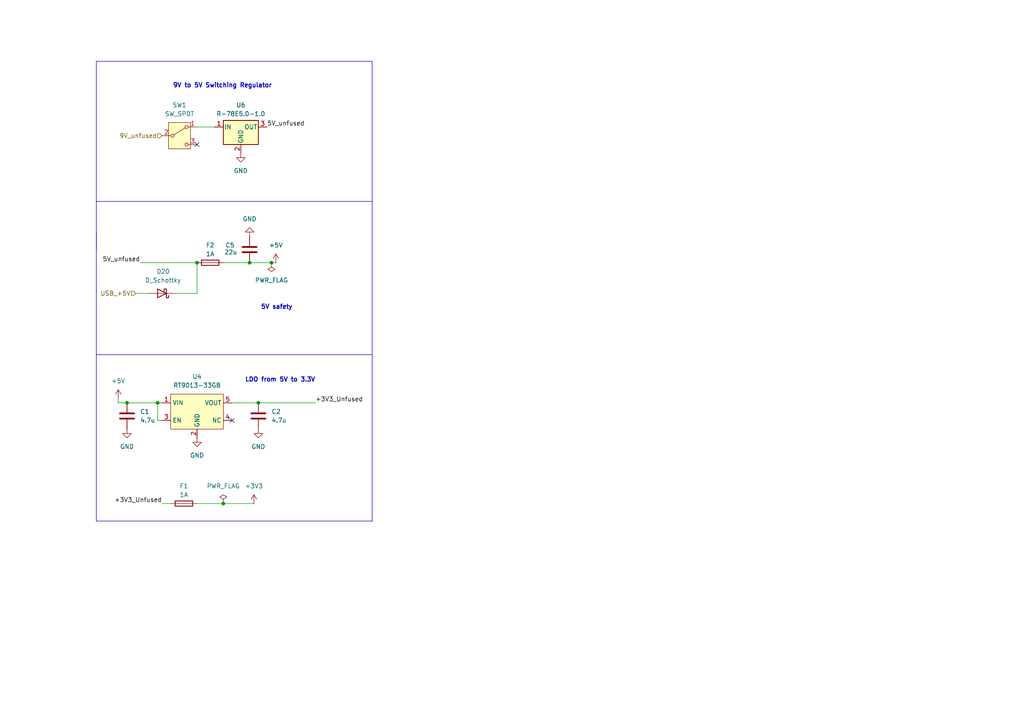
<source format=kicad_sch>
(kicad_sch (version 20250114) (generator "eeschema") (generator_version "9.0")
  (paper "A4")
  (lib_symbols
    (symbol "0_LHRE_Symbols:RT9013-33GB"
      (property "Reference" "U" (at 0 9.906 0))
      (property "Value" "RT9013-33GB" (at 0 7.874 0))
      (symbol "RT9013-33GB_0_1"
        (rectangle (start -7.62 6.35) (end 7.62 -3.81) (fill (type background)))
      )
      (symbol "RT9013-33GB_1_1"
        (pin input line (at -10.16 3.81 0) (length 2.54) (name "VIN") (number "1"))
        (pin input line (at -10.16 -1.27 0) (length 2.54) (name "EN") (number "3"))
        (pin input line (at 0 -6.35 90) (length 2.54) (name "GND") (number "2"))
        (pin output line (at 10.16 3.81 180) (length 2.54) (name "VOUT") (number "5"))
        (pin passive line (at 10.16 -1.27 180) (length 2.54) (name "NC") (number "4"))
      )
    )
    (symbol "0_LHRE_Symbols:SW_SPDT" (pin_names (offset 0) (hide yes))
      (property "Reference" "SW1" (at 0 8.89 0))
      (property "Value" "SW_SPDT" (at 0 6.35 0))
      (symbol "SW_SPDT_0_1"
        (circle (center -2.032 0) (radius 0.4572))
        (polyline (pts (xy -1.651 0.254) (xy 1.651 2.286)))
        (circle (center 2.032 2.54) (radius 0.4572))
        (circle (center 2.032 -2.54) (radius 0.4572))
      )
      (symbol "SW_SPDT_1_1"
        (rectangle (start -3.175 3.81) (end 3.175 -3.81) (fill (type background)))
        (pin passive line (at -5.08 0 0) (length 2.54) (name "B") (number "2"))
        (pin passive line (at 5.08 2.54 180) (length 2.54) (name "A") (number "1"))
        (pin passive line (at 5.08 -2.54 180) (length 2.54) (name "C") (number "3"))
      )
    )
    (symbol "Device:C" (pin_numbers (hide yes)) (pin_names (offset 0.254))
      (property "Reference" "C" (at 0.635 2.54 0))
      (property "Value" "C" (at 0.635 -2.54 0))
      (symbol "C_0_1"
        (polyline (pts (xy -2.032 0.762) (xy 2.032 0.762)) (stroke (width 0.508)))
        (polyline (pts (xy -2.032 -0.762) (xy 2.032 -0.762)) (stroke (width 0.508)))
      )
      (symbol "C_1_1"
        (pin passive line (at 0 3.81 270) (length 2.794) (name "~") (number "1"))
        (pin passive line (at 0 -3.81 90) (length 2.794) (name "~") (number "2"))
      )
    )
    (symbol "Device:D_Schottky" (pin_numbers (hide yes)) (pin_names (offset 1.016) (hide yes))
      (property "Reference" "D" (at 0 2.54 0))
      (property "Value" "D_Schottky" (at 0 -2.54 0))
      (symbol "D_Schottky_0_1"
        (polyline (pts (xy -1.905 0.635) (xy -1.905 1.27) (xy -1.27 1.27) (xy -1.27 -1.27) (xy -0.635 -1.27) (xy -0.635 -0.635)) (stroke (width 0.254)))
        (polyline (pts (xy 1.27 1.27) (xy 1.27 -1.27) (xy -1.27 0) (xy 1.27 1.27)) (stroke (width 0.254)))
        (polyline (pts (xy 1.27 0) (xy -1.27 0)))
      )
      (symbol "D_Schottky_1_1"
        (pin passive line (at -3.81 0 0) (length 2.54) (name "K") (number "1"))
        (pin passive line (at 3.81 0 180) (length 2.54) (name "A") (number "2"))
      )
    )
    (symbol "Device:Fuse" (pin_numbers (hide yes)) (pin_names (offset 0))
      (property "Reference" "F" (at 2.032 0 90))
      (property "Value" "Fuse" (at -1.905 0 90))
      (symbol "Fuse_0_1"
        (rectangle (start -0.762 -2.54) (end 0.762 2.54) (stroke (width 0.254)))
        (polyline (pts (xy 0 2.54) (xy 0 -2.54)))
      )
      (symbol "Fuse_1_1"
        (pin passive line (at 0 3.81 270) (length 1.27) (name "~") (number "1"))
        (pin passive line (at 0 -3.81 90) (length 1.27) (name "~") (number "2"))
      )
    )
    (symbol "Regulator_Switching:R-78E5.0-1.0" (pin_names (offset 0.254))
      (property "Reference" "U" (at -3.81 3.175 0))
      (property "Value" "R-78E5.0-1.0" (at 0 3.175 0))
      (symbol "R-78E5.0-1.0_0_1"
        (rectangle (start -5.08 1.905) (end 5.08 -5.08) (stroke (width 0.254)) (fill (type background)))
      )
      (symbol "R-78E5.0-1.0_1_1"
        (pin power_in line (at -7.62 0 0) (length 2.54) (name "IN") (number "1"))
        (pin power_in line (at 0 -7.62 90) (length 2.54) (name "GND") (number "2"))
        (pin power_out line (at 7.62 0 180) (length 2.54) (name "OUT") (number "3"))
      )
    )
    (symbol "power:+3V3" (power) (pin_numbers (hide yes)) (pin_names (offset 0) (hide yes))
      (property "Value" "+3V3" (at 0 3.556 0))
      (symbol "+3V3_0_1"
        (polyline (pts (xy -0.762 1.27) (xy 0 2.54)))
        (polyline (pts (xy 0 2.54) (xy 0.762 1.27)))
        (polyline (pts (xy 0 0) (xy 0 2.54)))
      )
      (symbol "+3V3_1_1"
        (pin power_in line (at 0 0 90) (length 0) (name "~") (number "1"))
      )
    )
    (symbol "power:+5V" (power) (pin_numbers (hide yes)) (pin_names (offset 0) (hide yes))
      (property "Value" "+5V" (at 0 3.556 0))
      (symbol "+5V_0_1"
        (polyline (pts (xy -0.762 1.27) (xy 0 2.54)))
        (polyline (pts (xy 0 2.54) (xy 0.762 1.27)))
        (polyline (pts (xy 0 0) (xy 0 2.54)))
      )
      (symbol "+5V_1_1"
        (pin power_in line (at 0 0 90) (length 0) (name "~") (number "1"))
      )
    )
    (symbol "power:GND" (power) (pin_numbers (hide yes)) (pin_names (offset 0) (hide yes))
      (property "Value" "GND" (at 0 -3.81 0))
      (symbol "GND_0_1"
        (polyline (pts (xy 0 0) (xy 0 -1.27) (xy 1.27 -1.27) (xy 0 -2.54) (xy -1.27 -1.27) (xy 0 -1.27)))
      )
      (symbol "GND_1_1"
        (pin power_in line (at 0 0 270) (length 0) (name "~") (number "1"))
      )
    )
    (symbol "power:PWR_FLAG" (power) (pin_numbers (hide yes)) (pin_names (offset 0) (hide yes))
      (property "Value" "PWR_FLAG" (at 0 3.81 0))
      (symbol "PWR_FLAG_0_0"
        (pin power_out line (at 0 0 90) (length 0) (name "~") (number "1"))
      )
      (symbol "PWR_FLAG_0_1"
        (polyline (pts (xy 0 0) (xy 0 1.27) (xy -1.016 1.905) (xy 0 2.54) (xy 1.016 1.905) (xy 0 1.27)))
      )
    )
  )
  (text "LDO from 5V to 3.3V" (at 81.28 110.236 0) (effects (font (size 1.27 1.27) (thickness 0.254) (bold yes))))
  (text "5V safety" (at 80.264 89.154 0) (effects (font (size 1.27 1.27) (thickness 0.254) (bold yes))))
  (text "9V to 5V Switching Regulator" (at 64.516 24.892 0) (effects (font (size 1.27 1.27) (thickness 0.254) (bold yes))))
  (junction (at 45.72 116.84))
  (junction (at 57.15 76.2))
  (junction (at 72.39 76.2))
  (junction (at 74.93 116.84))
  (junction (at 78.74 76.2))
  (junction (at 36.83 116.84))
  (junction (at 64.77 146.05))
  (no_connect (at 57.15 41.91))
  (no_connect (at 67.31 121.92))
  (polyline (pts (xy 27.94 67.31) (xy 27.94 151.13)))
  (polyline (pts (xy 27.94 17.78) (xy 107.95 17.78)))
  (wire (pts (xy 45.72 116.84) (xy 45.72 121.92)))
  (wire (pts (xy 57.15 76.2) (xy 57.15 85.09)))
  (wire (pts (xy 67.31 116.84) (xy 74.93 116.84)))
  (wire (pts (xy 72.39 76.2) (xy 78.74 76.2)))
  (polyline (pts (xy 27.94 58.42) (xy 27.94 17.78)))
  (wire (pts (xy 36.83 116.84) (xy 45.72 116.84)))
  (wire (pts (xy 39.37 85.09) (xy 43.18 85.09)))
  (wire (pts (xy 46.99 146.05) (xy 49.53 146.05)))
  (polyline (pts (xy 107.95 151.13) (xy 107.95 58.42)))
  (polyline (pts (xy 107.95 17.78) (xy 107.95 58.42)))
  (wire (pts (xy 57.15 146.05) (xy 64.77 146.05)))
  (wire (pts (xy 64.77 146.05) (xy 73.66 146.05)))
  (wire (pts (xy 57.15 36.83) (xy 62.23 36.83)))
  (wire (pts (xy 34.29 116.84) (xy 36.83 116.84)))
  (polyline (pts (xy 27.94 102.87) (xy 107.95 102.87)))
  (wire (pts (xy 40.64 76.2) (xy 57.15 76.2)))
  (wire (pts (xy 46.99 116.84) (xy 45.72 116.84)))
  (wire (pts (xy 34.29 115.57) (xy 34.29 116.84)))
  (wire (pts (xy 50.8 85.09) (xy 57.15 85.09)))
  (wire (pts (xy 64.77 76.2) (xy 72.39 76.2)))
  (wire (pts (xy 74.93 116.84) (xy 91.44 116.84)))
  (polyline (pts (xy 27.94 151.13) (xy 107.95 151.13)))
  (wire (pts (xy 45.72 121.92) (xy 46.99 121.92)))
  (polyline (pts (xy 27.94 58.42) (xy 27.94 72.39)))
  (polyline (pts (xy 107.95 58.42) (xy 27.94 58.42)))
  (wire (pts (xy 78.74 76.2) (xy 80.01 76.2)))
  (label "5V_unfused" (at 40.64 76.2 180))
  (label "5V_unfused" (at 77.47 36.83 0))
  (label "+3V3_Unfused" (at 91.44 116.84 0))
  (label "+3V3_Unfused" (at 46.99 146.05 180))
  (hierarchical_label "USB_+5V" (shape input) (at 39.37 85.09 180))
  (hierarchical_label "9V_unfused" (shape input) (at 46.99 39.37 180))
  (symbol (lib_id "0_LHRE_Symbols:RT9013-33GB") (at 57.15 120.65 0) (unit 1)
    (property "Reference" "U4" (at 57.15 109.22 0))
    (property "Value" "RT9013-33GB" (at 57.15 111.76 0))
    (property "Footprint" "Package_TO_SOT_SMD:SOT-23-5" (effects (hide yes)))
    (property "Datasheet" "https://www.richtek.com/SaveDownload.aspx?specid=RT9013" (effects (hide yes)))
    (property "Mouser #" "835-RT9013-33GB" (effects (hide yes)))
    (property "Mouser Link" "https://www.mouser.com/ProductDetail/Richtek/RT9013-33GB?qs=amGC7iS6iy%2FHaDkSgZH71g%3D%3D&srsltid=AfmBOooODn1Ocm4fmn6GC_qvaNeEQ5SV8XNoPkZwS81A2LbqskaMPwuH" (effects (hide yes)))
    (property "JLCPCB #" "C47773" (effects (hide yes)))
    (property "Mouser Part Number" "835-RT9013-33GB" (effects (hide yes)))
  )
  (symbol (lib_id "Device:C") (at 72.39 72.39 180) (unit 1)
    (property "Reference" "C5" (at 68.072 71.12 0) (effects (justify left)))
    (property "Value" "22u" (at 68.834 73.152 0) (effects (justify left)))
    (property "Footprint" "Capacitor_SMD:C_0603_1608Metric" (effects (hide yes)))
    (property "Datasheet" "https://www.mouser.com/catalog/specsheets/TAIYO%20YUDEN_03-05-2025_Tayio_Yuden_1102023_MS_mlcc_all_e-3081579-1-65.pdf" (effects (hide yes)))
    (property "Description" "Unpolarized capacitor" (effects (hide yes)))
    (property "Mouser #" "963-A168BB5226MTNA01" (effects (hide yes)))
    (property "Mouser Link" "https://www.mouser.com/ProductDetail/TAIYO-YUDEN/MSASA168BB5226MTNA01?qs=efUn273yAhczomwMiufDyA%3D%3D&srsltid=AfmBOoqSghDDzP1IhMA9vfNgjLHr8NMV2F8yBZI5yO5GIj8H5zAn6JNM" (effects (hide yes)))
    (property "JLCPCB #" "C59461" (effects (hide yes)))
    (property "Mouser Part Number" "963-A168BB5226MTNA01" (effects (hide yes)))
  )
  (symbol (lib_id "Device:D_Schottky") (at 46.99 85.09 180) (unit 1)
    (property "Reference" "D20" (at 47.3075 78.74 0))
    (property "Value" "D_Schottky" (at 47.3075 81.28 0))
    (property "Footprint" "Diode_SMD:D_PowerDI-123" (effects (hide yes)))
    (property "Datasheet" "https://www.lcsc.com/datasheet/lcsc_datasheet_2304140030_Infineon-Technologies-BAT60A-E6327_C520634.pdf" (effects (hide yes)))
    (property "Description" "Schottky diode" (effects (hide yes)))
    (property "Mouser #" "621-DFLS160-F" (effects (hide yes)))
    (property "Mouser Link" "https://www.mouser.com/ProductDetail/Diodes-Incorporated/DFLS160-7?qs=gAIB%252Bn6SvSQZOTFja6ZMPQ%3D%3D" (effects (hide yes)))
    (property "JLCPCB #" "C177023" (effects (hide yes)))
    (property "Mouser Part Number" "726-BAT60AE6327" (effects (hide yes)))
  )
  (symbol (lib_id "Device:Fuse") (at 53.34 146.05 90) (unit 1)
    (property "Reference" "F1" (at 53.34 140.97 90))
    (property "Value" "1A" (at 53.34 143.51 90))
    (property "Footprint" "Fuse:Fuse_0603_1608Metric_Pad1.05x0.95mm_HandSolder" (effects (hide yes)))
    (property "Datasheet" "https://www.eaton.com/content/dam/eaton/products/electronic-components/resources/data-sheet/eaton-0603hv-fast-acting-chip-surface-mount-fuse-data-sheet.pdf" (effects (hide yes)))
    (property "Description" "1A Disposable Fuse" (effects (hide yes)))
    (property "Mouser #" "504-TR-0603HV1-R" (effects (hide yes)))
    (property "Mouser Link" "https://www.mouser.com/ProductDetail/Eaton-Electronics/TR-0603HV1-R?qs=xZ%2FP%252Ba9zWqa2z3F2%252BP4ViA%3D%3D&srsltid=AfmBOorczubBC8HNS-sWmzAXR02xYGYbhcst40jc1DNCTgzLsShWjU0a" (effects (hide yes)))
    (property "JLCPCB #" "C136329" (effects (hide yes)))
    (property "Mouser Part Number" "504-TR-0603HV1-R" (effects (hide yes)))
  )
  (symbol (lib_id "0_LHRE_Symbols:SW_SPDT") (at 52.07 39.37 0) (unit 1)
    (property "Reference" "SW1" (at 52.07 30.48 0))
    (property "Value" "SW_SPDT" (at 52.07 33.02 0))
    (property "Footprint" "Button_Switch_SMD:SW_SPDT_PCM12" (effects (hide yes)))
    (property "Datasheet" "https://www.mouser.com/datasheet/2/240/pcm-3051144.pdf" (effects (hide yes)))
    (property "Description" "Slide Switch, single pole double throw" (effects (hide yes)))
    (property "Mouser Link" "https://www.mouser.com/ProductDetail/CK/PCM12SMTBR?qs=By6Nw2ByBD1OEOnWcdZb2g%3D%3D" (effects (hide yes)))
    (property "Mouser #" "611-PCM12SMTBR" (effects (hide yes)))
    (property "JLCPCB #" "C319020" (effects (hide yes)))
    (property "Mouser Part Number" "611-PCM12SMTBR" (effects (hide yes)))
  )
  (symbol (lib_id "power:GND") (at 74.93 124.46 0) (unit 1)
    (property "Reference" "#PWR019" (effects (hide yes)))
    (property "Value" "GND" (at 74.93 129.54 0))
    (property "Description" "Power symbol creates a global label with name \"GND\" , ground" (effects (hide yes)))
  )
  (symbol (lib_id "Regulator_Switching:R-78E5.0-1.0") (at 69.85 36.83 0) (unit 1)
    (property "Reference" "U6" (at 69.85 30.48 0))
    (property "Value" "R-78E5.0-1.0" (at 69.85 33.02 0))
    (property "Footprint" "Converter_DCDC:Converter_DCDC_RECOM_R-78E-0.5_THT" (effects (hide yes)))
    (property "Datasheet" "https://www.recom-power.com/pdf/Innoline/R-78Exx-1.0.pdf" (effects (hide yes)))
    (property "Description" "1A Step-Down DC/DC-Regulator, 7-28V input, 5V fixed Output Voltage, LM78xx replacement, -40°C to +85°C, SIP3" (effects (hide yes)))
    (property "JLCPCB #" "C22371890" (effects (hide yes)))
    (property "Mouser #" "919-R-78E5.0-1.0" (effects (hide yes)))
    (property "Mouser Link" "https://www.mouser.com/ProductDetail/RECOM-Power/R-78E5.0-1.0?qs=T0XSgvH75d4EsZCU9I5HVA%3D%3D&srsltid=AfmBOori-HDUPB7iYIoETZ1FuXwgkekq5V4iwaUENr_69RdogRDUqnut" (effects (hide yes)))
    (property "Mouser Part Number" "919-R-78E5.0-1.0" (effects (hide yes)))
  )
  (symbol (lib_id "power:GND") (at 72.39 68.58 180) (unit 1)
    (property "Reference" "#PWR08" (effects (hide yes)))
    (property "Value" "GND" (at 72.39 63.5 0))
    (property "Description" "Power symbol creates a global label with name \"GND\" , ground" (effects (hide yes)))
  )
  (symbol (lib_id "power:+5V") (at 34.29 115.57 0) (unit 1)
    (property "Reference" "#PWR017" (effects (hide yes)))
    (property "Value" "+5V" (at 34.29 110.49 0))
    (property "Description" "Power symbol creates a global label with name \"+5V\"" (effects (hide yes)))
  )
  (symbol (lib_id "power:GND") (at 57.15 127 0) (unit 1)
    (property "Reference" "#PWR020" (effects (hide yes)))
    (property "Value" "GND" (at 57.15 132.08 0))
    (property "Description" "Power symbol creates a global label with name \"GND\" , ground" (effects (hide yes)))
  )
  (symbol (lib_id "power:PWR_FLAG") (at 64.77 146.05 0) (unit 1)
    (property "Reference" "#FLG02" (effects (hide yes)))
    (property "Value" "PWR_FLAG" (at 64.77 140.97 0))
    (property "Description" "Special symbol for telling ERC where power comes from" (effects (hide yes)))
  )
  (symbol (lib_id "power:GND") (at 36.83 124.46 0) (unit 1)
    (property "Reference" "#PWR021" (effects (hide yes)))
    (property "Value" "GND" (at 36.83 129.54 0))
    (property "Description" "Power symbol creates a global label with name \"GND\" , ground" (effects (hide yes)))
  )
  (symbol (lib_id "power:PWR_FLAG") (at 78.74 76.2 180) (unit 1)
    (property "Reference" "#FLG01" (effects (hide yes)))
    (property "Value" "PWR_FLAG" (at 78.74 81.28 0))
    (property "Description" "Special symbol for telling ERC where power comes from" (effects (hide yes)))
  )
  (symbol (lib_id "Device:C") (at 74.93 120.65 0) (unit 1)
    (property "Reference" "C2" (at 78.74 119.3799 0) (effects (justify left)))
    (property "Value" "4.7u" (at 78.74 121.9199 0) (effects (justify left)))
    (property "Footprint" "Capacitor_SMD:C_1206_3216Metric" (effects (hide yes)))
    (property "Datasheet" "https://www.mouser.com/ProductDetail/Samsung-Electro-Mechanics/CL31A475KBHNNNE?qs=X6jEic%2FHinDAtDUeTge3nw%3D%3D" (effects (hide yes)))
    (property "Description" "Unpolarized capacitor" (effects (hide yes)))
    (property "Mouser #" "187-CL31A475KBHNNNE" (effects (hide yes)))
    (property "Mouser Link" "https://www.mouser.com/ProductDetail/Samsung-Electro-Mechanics/CL31A475KBHNNNE?qs=X6jEic%2FHinDAtDUeTge3nw%3D%3D&srsltid=AfmBOoqXGShmHEWF5TPyw7LucCVZ4UfmTiFjkyJX2UGL0MMP34FLKGAM" (effects (hide yes)))
    (property "JLCPCB #" "C513768" (effects (hide yes)))
    (property "Mouser Part Number" "187-CL31A475KBHNNNE" (effects (hide yes)))
  )
  (symbol (lib_id "Device:C") (at 36.83 120.65 0) (unit 1)
    (property "Reference" "C1" (at 40.64 119.3799 0) (effects (justify left)))
    (property "Value" "4.7u" (at 40.64 121.9199 0) (effects (justify left)))
    (property "Footprint" "Capacitor_SMD:C_1206_3216Metric" (effects (hide yes)))
    (property "Datasheet" "https://www.mouser.com/ProductDetail/Samsung-Electro-Mechanics/CL31A475KBHNNNE?qs=X6jEic%2FHinDAtDUeTge3nw%3D%3D" (effects (hide yes)))
    (property "Description" "Unpolarized capacitor" (effects (hide yes)))
    (property "Mouser #" "187-CL31A475KBHNNNE" (effects (hide yes)))
    (property "Mouser Link" "https://www.mouser.com/ProductDetail/Samsung-Electro-Mechanics/CL31A475KBHNNNE?qs=X6jEic%2FHinDAtDUeTge3nw%3D%3D&srsltid=AfmBOoqXGShmHEWF5TPyw7LucCVZ4UfmTiFjkyJX2UGL0MMP34FLKGAM" (effects (hide yes)))
    (property "JLCPCB #" "C513768" (effects (hide yes)))
    (property "Mouser Part Number" "187-CL31A475KBHNNNE" (effects (hide yes)))
  )
  (symbol (lib_id "power:+3V3") (at 73.66 146.05 0) (unit 1)
    (property "Reference" "#PWR0121" (effects (hide yes)))
    (property "Value" "+3V3" (at 73.66 140.97 0))
    (property "Description" "Power symbol creates a global label with name \"+3V3\"" (effects (hide yes)))
  )
  (symbol (lib_id "power:+5V") (at 80.01 76.2 0) (unit 1)
    (property "Reference" "#PWR07" (effects (hide yes)))
    (property "Value" "+5V" (at 80.01 71.12 0))
    (property "Description" "Power symbol creates a global label with name \"+5V\"" (effects (hide yes)))
  )
  (symbol (lib_id "power:GND") (at 69.85 44.45 0) (unit 1)
    (property "Reference" "#PWR09" (effects (hide yes)))
    (property "Value" "GND" (at 69.85 49.53 0))
    (property "Description" "Power symbol creates a global label with name \"GND\" , ground" (effects (hide yes)))
  )
  (symbol (lib_id "Device:Fuse") (at 60.96 76.2 90) (unit 1)
    (property "Reference" "F2" (at 60.96 71.12 90))
    (property "Value" "1A" (at 60.96 73.66 90))
    (property "Footprint" "Fuse:Fuse_0603_1608Metric_Pad1.05x0.95mm_HandSolder" (effects (hide yes)))
    (property "Datasheet" "https://www.eaton.com/content/dam/eaton/products/electronic-components/resources/data-sheet/eaton-0603hv-fast-acting-chip-surface-mount-fuse-data-sheet.pdf" (effects (hide yes)))
    (property "Description" "1A Disposable Fuse" (effects (hide yes)))
    (property "Mouser #" "504-TR-0603HV1-R" (effects (hide yes)))
    (property "Mouser Link" "https://www.mouser.com/ProductDetail/Eaton-Electronics/TR-0603HV1-R?qs=xZ%2FP%252Ba9zWqa2z3F2%252BP4ViA%3D%3D&srsltid=AfmBOorczubBC8HNS-sWmzAXR02xYGYbhcst40jc1DNCTgzLsShWjU0a" (effects (hide yes)))
    (property "JLCPCB #" "C136329" (effects (hide yes)))
    (property "Mouser Part Number" "504-TR-0603HV1-R" (effects (hide yes)))
  )
)
</source>
